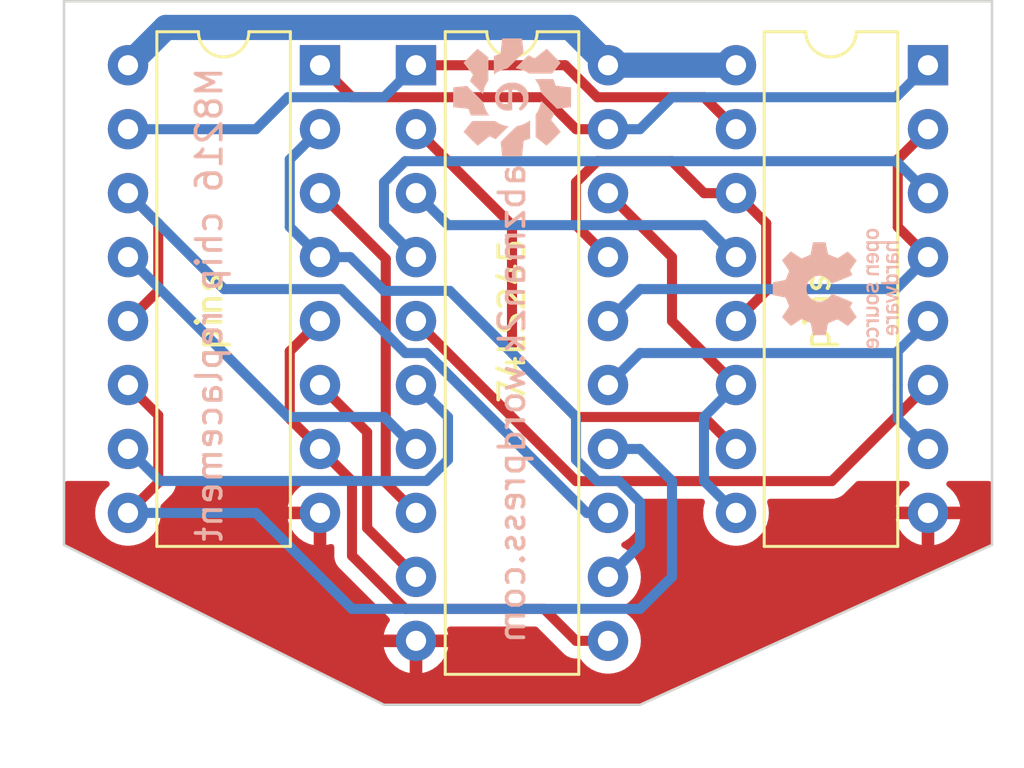
<source format=kicad_pcb>
(kicad_pcb (version 20240108) (generator "pcbnew") (generator_version "8.0")
  (layers (0 "F.Cu" signal) (31 "B.Cu" signal) (34 "B.Paste" user) (35 "F.Paste" user) (36 "B.SilkS" user "B.Silkscreen") (37 "F.SilkS" user "F.Silkscreen") (38 "B.Mask" user) (39 "F.Mask" user) (44 "Edge.Cuts" user))
  (net 0 "")
  (net 1 "A3")
  (net 2 "B3")
  (net 3 "ENA")
  (net 4 "GND")
  (net 5 "A4")
  (net 6 "B2")
  (net 7 "A6")
  (net 8 "B1")
  (net 9 "A1")
  (net 10 "DIR")
  (net 11 "B6")
  (net 12 "B0")
  (net 13 "A2")
  (net 14 "A0")
  (net 15 "B7")
  (net 16 "B4")
  (net 17 "+5V")
  (net 18 "A7")
  (net 19 "A5")
  (net 20 "B5")
  (footprint "Package_DIP:DIP-20_W7.62mm" (layer "F.Cu") (at 83.82 58.42)
    (property "Reference" "U1" (hide yes))
    (property "Value" "74LS245" (at 3.81 10.16 90) (layer "F.SilkS"))
    (pad "1" thru_hole rect (at 0 0) (size 1.6 1.6) (drill 0.8) (layers "*.Cu" "*.Mask") (net 10 "DIR"))
    (pad "2" thru_hole oval (at 0 2.54) (size 1.6 1.6) (drill 0.8) (layers "*.Cu" "*.Mask") (net 14 "A0"))
    (pad "3" thru_hole oval (at 0 5.08) (size 1.6 1.6) (drill 0.8) (layers "*.Cu" "*.Mask") (net 9 "A1"))
    (pad "4" thru_hole oval (at 0 7.62) (size 1.6 1.6) (drill 0.8) (layers "*.Cu" "*.Mask") (net 13 "A2"))
    (pad "5" thru_hole oval (at 0 10.16) (size 1.6 1.6) (drill 0.8) (layers "*.Cu" "*.Mask") (net 1 "A3"))
    (pad "6" thru_hole oval (at 0 12.7) (size 1.6 1.6) (drill 0.8) (layers "*.Cu" "*.Mask") (net 5 "A4"))
    (pad "7" thru_hole oval (at 0 15.24) (size 1.6 1.6) (drill 0.8) (layers "*.Cu" "*.Mask") (net 19 "A5"))
    (pad "8" thru_hole oval (at 0 17.78) (size 1.6 1.6) (drill 0.8) (layers "*.Cu" "*.Mask") (net 7 "A6"))
    (pad "9" thru_hole oval (at 0 20.32) (size 1.6 1.6) (drill 0.8) (layers "*.Cu" "*.Mask") (net 18 "A7"))
    (pad "10" thru_hole oval (at 0 22.86) (size 1.6 1.6) (drill 0.8) (layers "*.Cu" "*.Mask") (net 4 "GND"))
    (pad "11" thru_hole oval (at 7.62 22.86) (size 1.6 1.6) (drill 0.8) (layers "*.Cu" "*.Mask") (net 15 "B7"))
    (pad "12" thru_hole oval (at 7.62 20.32) (size 1.6 1.6) (drill 0.8) (layers "*.Cu" "*.Mask") (net 11 "B6"))
    (pad "13" thru_hole oval (at 7.62 17.78) (size 1.6 1.6) (drill 0.8) (layers "*.Cu" "*.Mask") (net 20 "B5"))
    (pad "14" thru_hole oval (at 7.62 15.24) (size 1.6 1.6) (drill 0.8) (layers "*.Cu" "*.Mask") (net 16 "B4"))
    (pad "15" thru_hole oval (at 7.62 12.7) (size 1.6 1.6) (drill 0.8) (layers "*.Cu" "*.Mask") (net 2 "B3"))
    (pad "16" thru_hole oval (at 7.62 10.16) (size 1.6 1.6) (drill 0.8) (layers "*.Cu" "*.Mask") (net 6 "B2"))
    (pad "17" thru_hole oval (at 7.62 7.62) (size 1.6 1.6) (drill 0.8) (layers "*.Cu" "*.Mask") (net 8 "B1"))
    (pad "18" thru_hole oval (at 7.62 5.08) (size 1.6 1.6) (drill 0.8) (layers "*.Cu" "*.Mask") (net 12 "B0"))
    (pad "19" thru_hole oval (at 7.62 2.54) (size 1.6 1.6) (drill 0.8) (layers "*.Cu" "*.Mask") (net 3 "ENA"))
    (pad "20" thru_hole oval (at 7.62 0) (size 1.6 1.6) (drill 0.8) (layers "*.Cu" "*.Mask") (net 17 "+5V"))
  )
  (footprint "Package_DIP:DIP-16_W7.62mm" (layer "B.Cu") (at 104.14 58.42 180)
    (property "Reference" "U2" (hide yes))
    (property "Value" "M8216" (hide yes))
    (pad "1" thru_hole rect (at 0 0 180) (size 1.6 1.6) (drill 0.8) (layers "*.Cu" "*.Mask") (net 3 "ENA"))
    (pad "2" thru_hole oval (at 0 -2.54 180) (size 1.6 1.6) (drill 0.8) (layers "*.Cu" "*.Mask") (net 6 "B2"))
    (pad "3" thru_hole oval (at 0 -5.08 180) (size 1.6 1.6) (drill 0.8) (layers "*.Cu" "*.Mask") (net 13 "A2"))
    (pad "4" thru_hole oval (at 0 -7.62 180) (size 1.6 1.6) (drill 0.8) (layers "*.Cu" "*.Mask") (net 6 "B2"))
    (pad "5" thru_hole oval (at 0 -10.16 180) (size 1.6 1.6) (drill 0.8) (layers "*.Cu" "*.Mask") (net 2 "B3"))
    (pad "6" thru_hole oval (at 0 -12.7 180) (size 1.6 1.6) (drill 0.8) (layers "*.Cu" "*.Mask") (net 1 "A3"))
    (pad "7" thru_hole oval (at 0 -15.24 180) (size 1.6 1.6) (drill 0.8) (layers "*.Cu" "*.Mask") (net 2 "B3"))
    (pad "8" thru_hole oval (at 0 -17.78 180) (size 1.6 1.6) (drill 0.8) (layers "*.Cu" "*.Mask") (net 4 "GND"))
    (pad "9" thru_hole oval (at 7.62 -17.78 180) (size 1.6 1.6) (drill 0.8) (layers "*.Cu" "*.Mask") (net 12 "B0"))
    (pad "10" thru_hole oval (at 7.62 -15.24 180) (size 1.6 1.6) (drill 0.8) (layers "*.Cu" "*.Mask") (net 14 "A0"))
    (pad "11" thru_hole oval (at 7.62 -12.7 180) (size 1.6 1.6) (drill 0.8) (layers "*.Cu" "*.Mask") (net 12 "B0"))
    (pad "12" thru_hole oval (at 7.62 -10.16 180) (size 1.6 1.6) (drill 0.8) (layers "*.Cu" "*.Mask") (net 8 "B1"))
    (pad "13" thru_hole oval (at 7.62 -7.62 180) (size 1.6 1.6) (drill 0.8) (layers "*.Cu" "*.Mask") (net 9 "A1"))
    (pad "14" thru_hole oval (at 7.62 -5.08 180) (size 1.6 1.6) (drill 0.8) (layers "*.Cu" "*.Mask") (net 8 "B1"))
    (pad "15" thru_hole oval (at 7.62 -2.54 180) (size 1.6 1.6) (drill 0.8) (layers "*.Cu" "*.Mask") (net 10 "DIR"))
    (pad "16" thru_hole oval (at 7.62 0 180) (size 1.6 1.6) (drill 0.8) (layers "*.Cu" "*.Mask") (net 17 "+5V"))
  )
  (footprint "Package_DIP:DIP-16_W7.62mm" (layer "B.Cu") (at 80.01 58.42 180)
    (property "Reference" "U3" (hide yes))
    (property "Value" "M8216" (hide yes))
    (pad "1" thru_hole rect (at 0 0 180) (size 1.6 1.6) (drill 0.8) (layers "*.Cu" "*.Mask") (net 3 "ENA"))
    (pad "2" thru_hole oval (at 0 -2.54 180) (size 1.6 1.6) (drill 0.8) (layers "*.Cu" "*.Mask") (net 11 "B6"))
    (pad "3" thru_hole oval (at 0 -5.08 180) (size 1.6 1.6) (drill 0.8) (layers "*.Cu" "*.Mask") (net 7 "A6"))
    (pad "4" thru_hole oval (at 0 -7.62 180) (size 1.6 1.6) (drill 0.8) (layers "*.Cu" "*.Mask") (net 11 "B6"))
    (pad "5" thru_hole oval (at 0 -10.16 180) (size 1.6 1.6) (drill 0.8) (layers "*.Cu" "*.Mask") (net 15 "B7"))
    (pad "6" thru_hole oval (at 0 -12.7 180) (size 1.6 1.6) (drill 0.8) (layers "*.Cu" "*.Mask") (net 18 "A7"))
    (pad "7" thru_hole oval (at 0 -15.24 180) (size 1.6 1.6) (drill 0.8) (layers "*.Cu" "*.Mask") (net 15 "B7"))
    (pad "8" thru_hole oval (at 0 -17.78 180) (size 1.6 1.6) (drill 0.8) (layers "*.Cu" "*.Mask") (net 4 "GND"))
    (pad "9" thru_hole oval (at 7.62 -17.78 180) (size 1.6 1.6) (drill 0.8) (layers "*.Cu" "*.Mask") (net 16 "B4"))
    (pad "10" thru_hole oval (at 7.62 -15.24 180) (size 1.6 1.6) (drill 0.8) (layers "*.Cu" "*.Mask") (net 5 "A4"))
    (pad "11" thru_hole oval (at 7.62 -12.7 180) (size 1.6 1.6) (drill 0.8) (layers "*.Cu" "*.Mask") (net 16 "B4"))
    (pad "12" thru_hole oval (at 7.62 -10.16 180) (size 1.6 1.6) (drill 0.8) (layers "*.Cu" "*.Mask") (net 20 "B5"))
    (pad "13" thru_hole oval (at 7.62 -7.62 180) (size 1.6 1.6) (drill 0.8) (layers "*.Cu" "*.Mask") (net 19 "A5"))
    (pad "14" thru_hole oval (at 7.62 -5.08 180) (size 1.6 1.6) (drill 0.8) (layers "*.Cu" "*.Mask") (net 20 "B5"))
    (pad "15" thru_hole oval (at 7.62 -2.54 180) (size 1.6 1.6) (drill 0.8) (layers "*.Cu" "*.Mask") (net 10 "DIR"))
    (pad "16" thru_hole oval (at 7.62 0 180) (size 1.6 1.6) (drill 0.8) (layers "*.Cu" "*.Mask") (net 17 "+5V"))
  )
  (footprint "Evan's parts:Evan Logo" (layer "B.Cu") (at 87.63 59.69 -90)
    (property "Reference" "G***" (hide yes))
    (property "Value" "LOGO" (hide yes))
  )
  (footprint "Evan's Kicad Library:oshw logo" (layer "B.Cu") (at 100.33 67.31 -90)
    (property "Reference" "REF**" (hide yes))
    (property "Value" "oshw logo")
  )
  (gr_line (start 106.68 77.47) (end 106.68 55.88) (stroke (width 0.1)) (layer "Edge.Cuts"))
  (gr_line (start 106.68 55.88) (end 69.85 55.88) (stroke (width 0.1)) (layer "Edge.Cuts"))
  (gr_line (start 69.85 55.88) (end 69.85 77.47) (stroke (width 0.1)) (layer "Edge.Cuts"))
  (gr_line (start 69.85 77.47) (end 82.55 83.82) (stroke (width 0.1)) (layer "Edge.Cuts"))
  (gr_line (start 92.71 83.82) (end 106.68 77.47) (stroke (width 0.1)) (layer "Edge.Cuts"))
  (gr_line (start 82.55 83.82) (end 92.71 83.82) (stroke (width 0.1)) (layer "Edge.Cuts"))
  (gr_text "abzman2k.wordpress.com" (at 87.63 62.23 90) (layer "B.SilkS") (effects (font (size 1 1)) (justify left mirror)))
  (gr_text "M8216 chip replacement" (at 76.2 58.42 90) (layer "B.SilkS") (effects (font (size 1 1)) (justify left bottom mirror)))
  (gr_text "pins" (at 76.2 69.85 90) (layer "F.SilkS") (effects (font (size 1 1)) (justify left bottom)))
  (gr_text "pins" (at 100.33 69.85 90) (layer "F.SilkS") (effects (font (size 1 1)) (justify left bottom)))
  (segment (start 90.175585 74.935585) (end 100.324415 74.935585) (width 0.4) (layer "F.Cu") (net 1))
  (segment (start 83.82 68.58) (end 90.175585 74.935585) (width 0.4) (layer "F.Cu") (net 1))
  (segment (start 100.324415 74.935585) (end 104.14 71.12) (width 0.4) (layer "F.Cu") (net 1))
  (segment (start 102.94 71.12) (end 102.94 69.78) (width 0.4) (layer "B.Cu") (net 2))
  (segment (start 102.94 72.46) (end 102.94 71.12) (width 0.4) (layer "B.Cu") (net 2))
  (segment (start 102.87 69.85) (end 102.94 69.78) (width 0.4) (layer "B.Cu") (net 2))
  (segment (start 91.44 71.12) (end 92.71 69.85) (width 0.4) (layer "B.Cu") (net 2))
  (segment (start 102.94 69.78) (end 104.14 68.58) (width 0.4) (layer "B.Cu") (net 2))
  (segment (start 104.14 73.66) (end 102.94 72.46) (width 0.4) (layer "B.Cu") (net 2))
  (segment (start 92.71 69.85) (end 102.87 69.85) (width 0.4) (layer "B.Cu") (net 2))
  (segment (start 81.28 59.69) (end 88.9 59.69) (width 0.4) (layer "F.Cu") (net 3))
  (segment (start 88.9 59.69) (end 90.17 60.96) (width 0.4) (layer "F.Cu") (net 3))
  (segment (start 80.01 58.42) (end 81.28 59.69) (width 0.4) (layer "F.Cu") (net 3))
  (segment (start 90.17 60.96) (end 91.44 60.96) (width 0.4) (layer "F.Cu") (net 3))
  (segment (start 93.98 59.69) (end 102.87 59.69) (width 0.4) (layer "B.Cu") (net 3))
  (segment (start 91.44 60.96) (end 92.71 60.96) (width 0.4) (layer "B.Cu") (net 3))
  (segment (start 92.71 60.96) (end 93.98 59.69) (width 0.4) (layer "B.Cu") (net 3))
  (segment (start 102.87 59.69) (end 104.14 58.42) (width 0.4) (layer "B.Cu") (net 3))
  (segment (start 85.09 74.087057) (end 84.247057 74.93) (width 0.4) (layer "B.Cu") (net 5))
  (segment (start 83.82 71.12) (end 85.09 72.39) (width 0.4) (layer "B.Cu") (net 5))
  (segment (start 84.247057 74.93) (end 73.66 74.93) (width 0.4) (layer "B.Cu") (net 5))
  (segment (start 73.66 74.93) (end 72.39 73.66) (width 0.4) (layer "B.Cu") (net 5))
  (segment (start 85.09 72.39) (end 85.09 74.087057) (width 0.4) (layer "B.Cu") (net 5))
  (segment (start 102.94 62.16) (end 104.14 60.96) (width 0.4) (layer "F.Cu") (net 6))
  (segment (start 102.94 64.84) (end 102.94 62.16) (width 0.4) (layer "F.Cu") (net 6))
  (segment (start 104.14 66.04) (end 102.94 64.84) (width 0.4) (layer "F.Cu") (net 6))
  (segment (start 92.71 67.31) (end 91.44 68.58) (width 0.4) (layer "B.Cu") (net 6))
  (segment (start 102.87 67.31) (end 92.71 67.31) (width 0.4) (layer "B.Cu") (net 6))
  (segment (start 104.14 66.04) (end 102.87 67.31) (width 0.4) (layer "B.Cu") (net 6))
  (segment (start 82.62 75) (end 82.62 66.11) (width 0.4) (layer "F.Cu") (net 7))
  (segment (start 82.62 66.11) (end 80.01 63.5) (width 0.4) (layer "F.Cu") (net 7))
  (segment (start 83.82 76.2) (end 82.62 75) (width 0.4) (layer "F.Cu") (net 7))
  (segment (start 96.52 63.5) (end 97.72 64.7) (width 0.4) (layer "F.Cu") (net 8))
  (segment (start 90.17 64.77) (end 91.44 66.04) (width 0.4) (layer "F.Cu") (net 8))
  (segment (start 91.012943 62.23) (end 90.17 63.072943) (width 0.4) (layer "F.Cu") (net 8))
  (segment (start 97.72 64.7) (end 97.72 67.38) (width 0.4) (layer "F.Cu") (net 8))
  (segment (start 90.17 63.072943) (end 90.17 64.77) (width 0.4) (layer "F.Cu") (net 8))
  (segment (start 96.52 63.5) (end 95.25 63.5) (width 0.4) (layer "F.Cu") (net 8))
  (segment (start 93.98 62.23) (end 91.012943 62.23) (width 0.4) (layer "F.Cu") (net 8))
  (segment (start 95.25 63.5) (end 93.98 62.23) (width 0.4) (layer "F.Cu") (net 8))
  (segment (start 97.72 67.38) (end 96.52 68.58) (width 0.4) (layer "F.Cu") (net 8))
  (segment (start 85.09 64.77) (end 83.82 63.5) (width 0.4) (layer "B.Cu") (net 9))
  (segment (start 95.25 64.77) (end 85.09 64.77) (width 0.4) (layer "B.Cu") (net 9))
  (segment (start 96.52 66.04) (end 95.25 64.77) (width 0.4) (layer "B.Cu") (net 9))
  (segment (start 91.012943 59.69) (end 95.25 59.69) (width 0.4) (layer "F.Cu") (net 10))
  (segment (start 89.742943 58.42) (end 91.012943 59.69) (width 0.4) (layer "F.Cu") (net 10))
  (segment (start 95.25 59.69) (end 96.52 60.96) (width 0.4) (layer "F.Cu") (net 10))
  (segment (start 83.82 58.42) (end 89.742943 58.42) (width 0.4) (layer "F.Cu") (net 10))
  (segment (start 78.74 59.69) (end 77.47 60.96) (width 0.4) (layer "B.Cu") (net 10))
  (segment (start 83.82 58.42) (end 82.55 59.69) (width 0.4) (layer "B.Cu") (net 10))
  (segment (start 77.47 60.96) (end 72.39 60.96) (width 0.4) (layer "B.Cu") (net 10))
  (segment (start 82.55 59.69) (end 78.74 59.69) (width 0.4) (layer "B.Cu") (net 10))
  (segment (start 78.81 62.16) (end 80.01 60.96) (width 0.4) (layer "B.Cu") (net 11))
  (segment (start 80.01 66.04) (end 78.81 64.84) (width 0.4) (layer "B.Cu") (net 11))
  (segment (start 92.71 77.47) (end 92.71 75.772943) (width 0.4) (layer "B.Cu") (net 11))
  (segment (start 91.44 78.74) (end 92.71 77.47) (width 0.4) (layer "B.Cu") (net 11))
  (segment (start 92.71 75.772943) (end 91.867057 74.93) (width 0.4) (layer "B.Cu") (net 11))
  (segment (start 91.012943 74.93) (end 91.867057 74.93) (width 0.4) (layer "B.Cu") (net 11))
  (segment (start 80.01 66.04) (end 81.21 66.04) (width 0.4) (layer "B.Cu") (net 11))
  (segment (start 90.17 72.39) (end 90.17 74.087057) (width 0.4) (layer "B.Cu") (net 11))
  (segment (start 90.17 74.087057) (end 91.012943 74.93) (width 0.4) (layer "B.Cu") (net 11))
  (segment (start 85.16 67.38) (end 90.17 72.39) (width 0.4) (layer "B.Cu") (net 11))
  (segment (start 81.21 66.04) (end 82.55 67.38) (width 0.4) (layer "B.Cu") (net 11))
  (segment (start 78.81 64.84) (end 78.81 62.16) (width 0.4) (layer "B.Cu") (net 11))
  (segment (start 82.55 67.38) (end 85.16 67.38) (width 0.4) (layer "B.Cu") (net 11))
  (segment (start 93.98 68.58) (end 93.98 66.04) (width 0.4) (layer "F.Cu") (net 12))
  (segment (start 93.98 66.04) (end 91.44 63.5) (width 0.4) (layer "F.Cu") (net 12))
  (segment (start 96.52 71.12) (end 93.98 68.58) (width 0.4) (layer "F.Cu") (net 12))
  (segment (start 96.52 71.12) (end 95.25 72.39) (width 0.4) (layer "B.Cu") (net 12))
  (segment (start 95.25 74.93) (end 96.52 76.2) (width 0.4) (layer "B.Cu") (net 12))
  (segment (start 95.25 72.39) (end 95.25 74.93) (width 0.4) (layer "B.Cu") (net 12))
  (segment (start 83.392943 62.23) (end 82.55 63.072943) (width 0.4) (layer "B.Cu") (net 13))
  (segment (start 82.55 64.77) (end 83.82 66.04) (width 0.4) (layer "B.Cu") (net 13))
  (segment (start 82.55 63.072943) (end 82.55 64.77) (width 0.4) (layer "B.Cu") (net 13))
  (segment (start 104.14 63.5) (end 102.87 62.23) (width 0.4) (layer "B.Cu") (net 13))
  (segment (start 102.87 62.23) (end 83.392943 62.23) (width 0.4) (layer "B.Cu") (net 13))
  (segment (start 95.25 72.39) (end 90.17 72.39) (width 0.4) (layer "F.Cu") (net 14))
  (segment (start 96.52 73.66) (end 95.25 72.39) (width 0.4) (layer "F.Cu") (net 14))
  (segment (start 87.63 69.85) (end 87.63 64.77) (width 0.4) (layer "F.Cu") (net 14))
  (segment (start 90.17 72.39) (end 87.63 69.85) (width 0.4) (layer "F.Cu") (net 14))
  (segment (start 87.63 64.77) (end 83.82 60.96) (width 0.4) (layer "F.Cu") (net 14))
  (segment (start 81.28 74.93) (end 80.01 73.66) (width 0.4) (layer "F.Cu") (net 15))
  (segment (start 81.28 77.897058) (end 81.28 74.93) (width 0.4) (layer "F.Cu") (net 15))
  (segment (start 80.01 73.66) (end 78.81 72.46) (width 0.4) (layer "F.Cu") (net 15))
  (segment (start 88.9 80.01) (end 83.392943 80.01) (width 0.4) (layer "F.Cu") (net 15))
  (segment (start 91.44 81.28) (end 90.17 81.28) (width 0.4) (layer "F.Cu") (net 15))
  (segment (start 78.81 69.78) (end 80.01 68.58) (width 0.4) (layer "F.Cu") (net 15))
  (segment (start 78.81 72.46) (end 78.81 69.78) (width 0.4) (layer "F.Cu") (net 15))
  (segment (start 90.17 81.28) (end 88.9 80.01) (width 0.4) (layer "F.Cu") (net 15))
  (segment (start 82.336471 78.953529) (end 81.28 77.897058) (width 0.4) (layer "F.Cu") (net 15))
  (segment (start 83.392943 80.01) (end 82.336471 78.953529) (width 0.4) (layer "F.Cu") (net 15))
  (segment (start 73.59 72.32) (end 73.59 75) (width 0.4) (layer "F.Cu") (net 16))
  (segment (start 72.39 71.12) (end 73.59 72.32) (width 0.4) (layer "F.Cu") (net 16))
  (segment (start 73.59 75) (end 72.39 76.2) (width 0.4) (layer "F.Cu") (net 16))
  (segment (start 77.47 76.2) (end 81.28 80.01) (width 0.4) (layer "B.Cu") (net 16))
  (segment (start 93.98 78.74) (end 93.98 74.93) (width 0.4) (layer "B.Cu") (net 16))
  (segment (start 72.39 76.2) (end 77.47 76.2) (width 0.4) (layer "B.Cu") (net 16))
  (segment (start 81.28 80.01) (end 92.71 80.01) (width 0.4) (layer "B.Cu") (net 16))
  (segment (start 92.71 73.66) (end 91.44 73.66) (width 0.4) (layer "B.Cu") (net 16))
  (segment (start 92.71 80.01) (end 93.98 78.74) (width 0.4) (layer "B.Cu") (net 16))
  (segment (start 93.98 74.93) (end 92.71 73.66) (width 0.4) (layer "B.Cu") (net 16))
  (segment (start 91.44 58.42) (end 96.52 58.42) (width 1) (layer "B.Cu") (net 17))
  (segment (start 72.39 58.42) (end 73.89 56.92) (width 1) (layer "B.Cu") (net 17))
  (segment (start 73.89 56.92) (end 89.94 56.92) (width 1) (layer "B.Cu") (net 17))
  (segment (start 89.94 56.92) (end 91.44 58.42) (width 1) (layer "B.Cu") (net 17))
  (segment (start 83.82 78.74) (end 81.88 76.8) (width 0.4) (layer "F.Cu") (net 18))
  (segment (start 81.88 76.8) (end 81.88 72.99) (width 0.4) (layer "F.Cu") (net 18))
  (segment (start 81.88 72.99) (end 80.01 71.12) (width 0.4) (layer "F.Cu") (net 18))
  (segment (start 83.82 73.66) (end 82.55 72.39) (width 0.4) (layer "B.Cu") (net 19))
  (segment (start 78.74 72.39) (end 72.39 66.04) (width 0.4) (layer "B.Cu") (net 19))
  (segment (start 82.55 72.39) (end 78.74 72.39) (width 0.4) (layer "B.Cu") (net 19))
  (segment (start 73.59 67.38) (end 72.39 68.58) (width 0.4) (layer "F.Cu") (net 20))
  (segment (start 72.39 63.5) (end 73.59 64.7) (width 0.4) (layer "F.Cu") (net 20))
  (segment (start 73.59 64.7) (end 73.59 67.38) (width 0.4) (layer "F.Cu") (net 20))
  (segment (start 90.597057 76.2) (end 91.44 76.2) (width 0.4) (layer "B.Cu") (net 20))
  (segment (start 82.336471 68.793529) (end 83.392943 69.85) (width 0.4) (layer "B.Cu") (net 20))
  (segment (start 83.392943 69.85) (end 84.247057 69.85) (width 0.4) (layer "B.Cu") (net 20))
  (segment (start 72.39 63.5) (end 76.2 67.31) (width 0.4) (layer "B.Cu") (net 20))
  (segment (start 84.247057 69.85) (end 90.597057 76.2) (width 0.4) (layer "B.Cu") (net 20))
  (segment (start 76.2 67.31) (end 80.852942 67.31) (width 0.4) (layer "B.Cu") (net 20))
  (segment (start 80.852942 67.31) (end 82.336471 68.793529) (width 0.4) (layer "B.Cu") (net 20))
  (zone (net 4) (net_name "GND") (layer "F.Cu") (connect_pads (clearance 0.5)) (min_thickness 0.25) (fill yes (thermal_gap 0.5) (thermal_bridge_width 0.5))
    (polygon (pts (xy 67.31 74.93) (xy 107.95 74.93) (xy 107.95 86.36) (xy 67.31 86.36)))
  )
)
</source>
